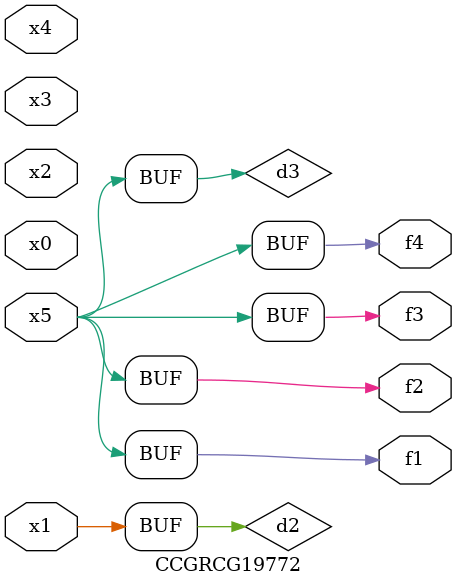
<source format=v>
module CCGRCG19772(
	input x0, x1, x2, x3, x4, x5,
	output f1, f2, f3, f4
);

	wire d1, d2, d3;

	not (d1, x5);
	or (d2, x1);
	xnor (d3, d1);
	assign f1 = d3;
	assign f2 = d3;
	assign f3 = d3;
	assign f4 = d3;
endmodule

</source>
